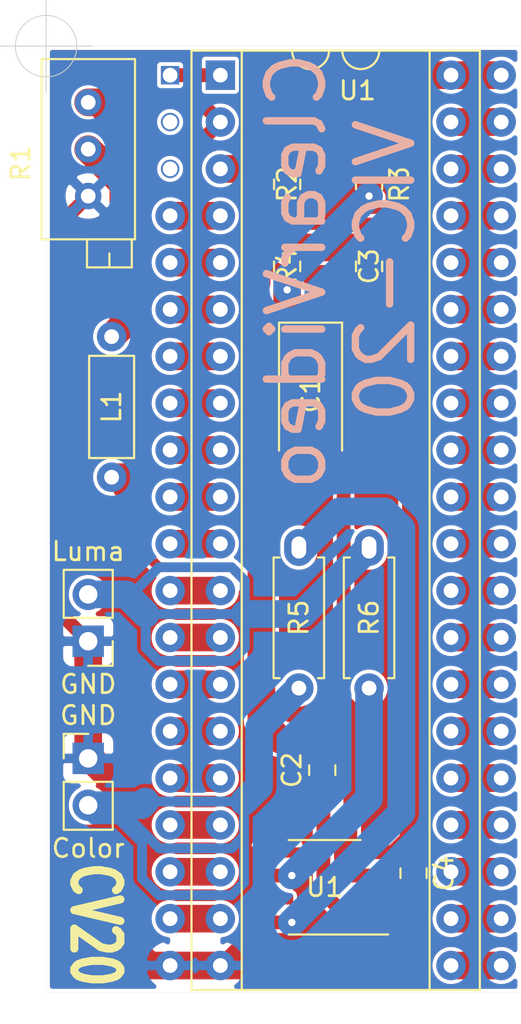
<source format=kicad_pcb>
(kicad_pcb (version 20171130) (host pcbnew "(5.1.2)-1")
  (layers (0 F.Cu signal) (31 B.Cu signal) (34 B.Paste user) (35 F.Paste user) (36 B.SilkS user) (37 F.SilkS user) (38 B.Mask user) (39 F.Mask user) (44 Edge.Cuts user))
  (net 0 "")
  (net 1 "Net-(C1-Pad1)")
  (net 2 GND)
  (net 3 "Net-(C2-Pad1)")
  (net 4 "Net-(C2-Pad2)")
  (net 5 "Net-(C3-Pad2)")
  (net 6 "Net-(C3-Pad1)")
  (net 7 +5V)
  (net 8 "Net-(J1-Pad2)")
  (net 9 "Net-(J2-Pad2)")
  (net 10 "Net-(L1-Pad1)")
  (net 11 /Color)
  (net 12 /Luma)
  (net 13 "Net-(R5-Pad2)")
  (net 14 "Net-(R6-Pad1)")
  (net 15 "Net-(U1-Pad7)")
  (net 16 /NC)
  (net 17 /A0)
  (net 18 /A1)
  (net 19 /A2)
  (net 20 /R~W~)
  (net 21 /A3)
  (net 22 /D11)
  (net 23 /A4)
  (net 24 /D10)
  (net 25 /A5)
  (net 26 /D9)
  (net 27 /A6)
  (net 28 /D8)
  (net 29 /A7)
  (net 30 /D7)
  (net 31 /A8)
  (net 32 /D6)
  (net 33 /A9)
  (net 34 /D5)
  (net 35 /A10)
  (net 36 /D4)
  (net 37 /A11)
  (net 38 /D3)
  (net 39 /A12)
  (net 40 /D2)
  (net 41 /A13)
  (net 42 /D1)
  (net 43 /PPhi1)
  (net 44 /D0)
  (net 45 /PPhi2)
  (net 46 /PotX)
  (net 47 /Option)
  (net 48 /PotY)
  (net 49 /Phi2)
  (net 50 /Audio)
  (net 51 /Phi1)
  (net 52 "Net-(U-SOCKET1-Pad3)")
  (net 53 "Net-(U-SOCKET1-Pad2)")
  (module Package_DIP:DIP-40_W15.24mm (layer F.Cu) (at 59.055 22.657001)
    (fp_text reference U-SOCKET1 hide)
    (fp_text value 656X-VIC-I)
    (fp_line (start 14.08 -1.33) (end 8.62 -1.33) (layer F.SilkS) (width 0.12))
    (fp_line (start 14.08 49.59) (end 14.08 -1.33) (layer F.SilkS) (width 0.12))
    (fp_line (start 1.16 49.59) (end 14.08 49.59) (layer F.SilkS) (width 0.12))
    (fp_line (start 1.16 -1.33) (end 1.16 49.59) (layer F.SilkS) (width 0.12))
    (fp_line (start 6.62 -1.33) (end 1.16 -1.33) (layer F.SilkS) (width 0.12))
    (fp_arc (start 7.62 -1.33) (end 6.62 -1.33) (angle -180) (layer F.SilkS) (width 0.12))
    (pad 40 thru_hole oval (at 15.24 0) (size 1.6 1.6) (drill 0.8) (layers *.Cu *.Mask) (net 7 +5V))
    (pad 20 thru_hole oval (at 0 48.26) (size 1.6 1.6) (drill 0.8) (layers *.Cu *.Mask) (net 2 GND))
    (pad 39 thru_hole oval (at 15.24 2.54) (size 1.6 1.6) (drill 0.8) (layers *.Cu *.Mask) (net 51 /Phi1))
    (pad 19 thru_hole oval (at 0 45.72) (size 1.6 1.6) (drill 0.8) (layers *.Cu *.Mask) (net 50 /Audio))
    (pad 38 thru_hole oval (at 15.24 5.08) (size 1.6 1.6) (drill 0.8) (layers *.Cu *.Mask) (net 49 /Phi2))
    (pad 18 thru_hole oval (at 0 43.18) (size 1.6 1.6) (drill 0.8) (layers *.Cu *.Mask) (net 48 /PotY))
    (pad 37 thru_hole oval (at 15.24 7.62) (size 1.6 1.6) (drill 0.8) (layers *.Cu *.Mask) (net 47 /Option))
    (pad 17 thru_hole oval (at 0 40.64) (size 1.6 1.6) (drill 0.8) (layers *.Cu *.Mask) (net 46 /PotX))
    (pad 36 thru_hole oval (at 15.24 10.16) (size 1.6 1.6) (drill 0.8) (layers *.Cu *.Mask) (net 45 /PPhi2))
    (pad 16 thru_hole oval (at 0 38.1) (size 1.6 1.6) (drill 0.8) (layers *.Cu *.Mask) (net 44 /D0))
    (pad 35 thru_hole oval (at 15.24 12.7) (size 1.6 1.6) (drill 0.8) (layers *.Cu *.Mask) (net 43 /PPhi1))
    (pad 15 thru_hole oval (at 0 35.56) (size 1.6 1.6) (drill 0.8) (layers *.Cu *.Mask) (net 42 /D1))
    (pad 34 thru_hole oval (at 15.24 15.24) (size 1.6 1.6) (drill 0.8) (layers *.Cu *.Mask) (net 41 /A13))
    (pad 14 thru_hole oval (at 0 33.02) (size 1.6 1.6) (drill 0.8) (layers *.Cu *.Mask) (net 40 /D2))
    (pad 33 thru_hole oval (at 15.24 17.78) (size 1.6 1.6) (drill 0.8) (layers *.Cu *.Mask) (net 39 /A12))
    (pad 13 thru_hole oval (at 0 30.48) (size 1.6 1.6) (drill 0.8) (layers *.Cu *.Mask) (net 38 /D3))
    (pad 32 thru_hole oval (at 15.24 20.32) (size 1.6 1.6) (drill 0.8) (layers *.Cu *.Mask) (net 37 /A11))
    (pad 12 thru_hole oval (at 0 27.94) (size 1.6 1.6) (drill 0.8) (layers *.Cu *.Mask) (net 36 /D4))
    (pad 31 thru_hole oval (at 15.24 22.86) (size 1.6 1.6) (drill 0.8) (layers *.Cu *.Mask) (net 35 /A10))
    (pad 11 thru_hole oval (at 0 25.4) (size 1.6 1.6) (drill 0.8) (layers *.Cu *.Mask) (net 34 /D5))
    (pad 30 thru_hole oval (at 15.24 25.4) (size 1.6 1.6) (drill 0.8) (layers *.Cu *.Mask) (net 33 /A9))
    (pad 10 thru_hole oval (at 0 22.86) (size 1.6 1.6) (drill 0.8) (layers *.Cu *.Mask) (net 32 /D6))
    (pad 29 thru_hole oval (at 15.24 27.94) (size 1.6 1.6) (drill 0.8) (layers *.Cu *.Mask) (net 31 /A8))
    (pad 9 thru_hole oval (at 0 20.32) (size 1.6 1.6) (drill 0.8) (layers *.Cu *.Mask) (net 30 /D7))
    (pad 28 thru_hole oval (at 15.24 30.48) (size 1.6 1.6) (drill 0.8) (layers *.Cu *.Mask) (net 29 /A7))
    (pad 8 thru_hole oval (at 0 17.78) (size 1.6 1.6) (drill 0.8) (layers *.Cu *.Mask) (net 28 /D8))
    (pad 27 thru_hole oval (at 15.24 33.02) (size 1.6 1.6) (drill 0.8) (layers *.Cu *.Mask) (net 27 /A6))
    (pad 7 thru_hole oval (at 0 15.24) (size 1.6 1.6) (drill 0.8) (layers *.Cu *.Mask) (net 26 /D9))
    (pad 26 thru_hole oval (at 15.24 35.56) (size 1.6 1.6) (drill 0.8) (layers *.Cu *.Mask) (net 25 /A5))
    (pad 6 thru_hole oval (at 0 12.7) (size 1.6 1.6) (drill 0.8) (layers *.Cu *.Mask) (net 24 /D10))
    (pad 25 thru_hole oval (at 15.24 38.1) (size 1.6 1.6) (drill 0.8) (layers *.Cu *.Mask) (net 23 /A4))
    (pad 5 thru_hole oval (at 0 10.16) (size 1.6 1.6) (drill 0.8) (layers *.Cu *.Mask) (net 22 /D11))
    (pad 24 thru_hole oval (at 15.24 40.64) (size 1.6 1.6) (drill 0.8) (layers *.Cu *.Mask) (net 21 /A3))
    (pad 4 thru_hole oval (at 0 7.62) (size 1.6 1.6) (drill 0.8) (layers *.Cu *.Mask) (net 20 /R~W~))
    (pad 23 thru_hole oval (at 15.24 43.18) (size 1.6 1.6) (drill 0.8) (layers *.Cu *.Mask) (net 19 /A2))
    (pad 3 thru_hole oval (at 0 5.08) (size 1 1) (drill 0.8) (layers *.Cu *.Mask) (net 52 "Net-(U-SOCKET1-Pad3)"))
    (pad 22 thru_hole oval (at 15.24 45.72) (size 1.6 1.6) (drill 0.8) (layers *.Cu *.Mask) (net 18 /A1))
    (pad 2 thru_hole oval (at 0 2.54) (size 1 1) (drill 0.8) (layers *.Cu *.Mask) (net 53 "Net-(U-SOCKET1-Pad2)"))
    (pad 21 thru_hole oval (at 15.24 48.26) (size 1.6 1.6) (drill 0.8) (layers *.Cu *.Mask) (net 17 /A0))
    (pad 1 thru_hole rect (at 0 0) (size 1 1) (drill 0.8) (layers *.Cu *.Mask) (net 16 /NC))
  )
  (module Capacitor_Tantalum_SMD:CP_EIA-6032-28_Kemet-C_Pad2.25x2.35mm_HandSolder (layer F.Cu) (at 66.675 40.005 270)
    (fp_text reference C1 (at 0 0 90) (layer F.SilkS))
    (fp_text value 22uF)
    (fp_line (start 3 -1.71) (end -3.935 -1.71) (layer F.SilkS) (width 0.12))
    (fp_line (start -3.935 -1.71) (end -3.935 1.71) (layer F.SilkS) (width 0.12))
    (fp_line (start -3.935 1.71) (end 3 1.71) (layer F.SilkS) (width 0.12))
    (pad 1 smd roundrect (at -2.55 0 270) (size 2.25 2.35) (layers F.Cu F.Paste F.Mask) (roundrect_rratio 0.111111) (net 1 "Net-(C1-Pad1)"))
    (pad 2 smd roundrect (at 2.55 0 270) (size 2.25 2.35) (layers F.Cu F.Paste F.Mask) (roundrect_rratio 0.111111) (net 2 GND))
  )
  (module Capacitor_SMD:C_0805_2012Metric_Pad1.15x1.40mm_HandSolder (layer F.Cu) (at 67.31 60.325 90)
    (fp_text reference C2 (at 0 -1.65 90) (layer F.SilkS))
    (fp_text value 0.1uF)
    (fp_line (start -0.261252 -0.71) (end 0.261252 -0.71) (layer F.SilkS) (width 0.12))
    (fp_line (start -0.261252 0.71) (end 0.261252 0.71) (layer F.SilkS) (width 0.12))
    (pad 1 smd roundrect (at -1.025 0 90) (size 1.15 1.4) (layers F.Cu F.Paste F.Mask) (roundrect_rratio 0.217391) (net 3 "Net-(C2-Pad1)"))
    (pad 2 smd roundrect (at 1.025 0 90) (size 1.15 1.4) (layers F.Cu F.Paste F.Mask) (roundrect_rratio 0.217391) (net 4 "Net-(C2-Pad2)"))
  )
  (module Capacitor_SMD:C_0805_2012Metric_Pad1.15x1.40mm_HandSolder (layer F.Cu) (at 69.85 33.02 90)
    (fp_text reference C3 (at 0 0 90) (layer F.SilkS))
    (fp_text value 0.1uF)
    (fp_line (start -0.261252 0.71) (end 0.261252 0.71) (layer F.SilkS) (width 0.12))
    (fp_line (start -0.261252 -0.71) (end 0.261252 -0.71) (layer F.SilkS) (width 0.12))
    (pad 2 smd roundrect (at 1.025 0 90) (size 1.15 1.4) (layers F.Cu F.Paste F.Mask) (roundrect_rratio 0.217391) (net 5 "Net-(C3-Pad2)"))
    (pad 1 smd roundrect (at -1.025 0 90) (size 1.15 1.4) (layers F.Cu F.Paste F.Mask) (roundrect_rratio 0.217391) (net 6 "Net-(C3-Pad1)"))
  )
  (module Capacitor_SMD:C_0805_2012Metric_Pad1.15x1.40mm_HandSolder (layer F.Cu) (at 72.263 65.913 270)
    (fp_text reference C4 (at 0 -1.65 90) (layer F.SilkS))
    (fp_text value 0.1uF)
    (fp_line (start -0.261252 -0.71) (end 0.261252 -0.71) (layer F.SilkS) (width 0.12))
    (fp_line (start -0.261252 0.71) (end 0.261252 0.71) (layer F.SilkS) (width 0.12))
    (pad 1 smd roundrect (at -1.025 0 270) (size 1.15 1.4) (layers F.Cu F.Paste F.Mask) (roundrect_rratio 0.217391) (net 7 +5V))
    (pad 2 smd roundrect (at 1.025 0 270) (size 1.15 1.4) (layers F.Cu F.Paste F.Mask) (roundrect_rratio 0.217391) (net 2 GND))
  )
  (module Connector_PinHeader_2.54mm:PinHeader_1x02_P2.54mm_Vertical (layer F.Cu) (at 54.61 59.69)
    (fp_text reference GND (at 0 -2.33) (layer F.SilkS))
    (fp_text value Color (at 0 4.87) (layer F.SilkS))
    (fp_line (start -1.33 3.87) (end 1.33 3.87) (layer F.SilkS) (width 0.12))
    (fp_line (start -1.33 1.27) (end -1.33 3.87) (layer F.SilkS) (width 0.12))
    (fp_line (start 1.33 1.27) (end 1.33 3.87) (layer F.SilkS) (width 0.12))
    (fp_line (start -1.33 1.27) (end 1.33 1.27) (layer F.SilkS) (width 0.12))
    (fp_line (start -1.33 0) (end -1.33 -1.33) (layer F.SilkS) (width 0.12))
    (fp_line (start -1.33 -1.33) (end 0 -1.33) (layer F.SilkS) (width 0.12))
    (pad 1 thru_hole rect (at 0 0) (size 1.7 1.7) (drill 1) (layers *.Cu *.Mask) (net 2 GND))
    (pad 2 thru_hole oval (at 0 2.54) (size 1.7 1.7) (drill 1) (layers *.Cu *.Mask) (net 8 "Net-(J1-Pad2)"))
  )
  (module Connector_PinHeader_2.54mm:PinHeader_1x02_P2.54mm_Vertical (layer F.Cu) (at 54.61 53.34 180)
    (fp_text reference GND (at 0 -2.33) (layer F.SilkS))
    (fp_text value Luma (at 0 4.87) (layer F.SilkS))
    (fp_line (start -1.33 -1.33) (end 0 -1.33) (layer F.SilkS) (width 0.12))
    (fp_line (start -1.33 0) (end -1.33 -1.33) (layer F.SilkS) (width 0.12))
    (fp_line (start -1.33 1.27) (end 1.33 1.27) (layer F.SilkS) (width 0.12))
    (fp_line (start 1.33 1.27) (end 1.33 3.87) (layer F.SilkS) (width 0.12))
    (fp_line (start -1.33 1.27) (end -1.33 3.87) (layer F.SilkS) (width 0.12))
    (fp_line (start -1.33 3.87) (end 1.33 3.87) (layer F.SilkS) (width 0.12))
    (pad 2 thru_hole oval (at 0 2.54 180) (size 1.7 1.7) (drill 1) (layers *.Cu *.Mask) (net 9 "Net-(J2-Pad2)"))
    (pad 1 thru_hole rect (at 0 0 180) (size 1.7 1.7) (drill 1) (layers *.Cu *.Mask) (net 2 GND))
  )
  (module Inductor_THT:L_Axial_L5.3mm_D2.2mm_P7.62mm_Horizontal_Vishay_IM-1 (layer F.Cu) (at 55.88 36.83 270)
    (fp_text reference L1 (at 3.81 0 90) (layer F.SilkS))
    (fp_text value 22uH)
    (fp_line (start 1.04 -1.22) (end 1.04 1.22) (layer F.SilkS) (width 0.12))
    (fp_line (start 1.04 1.22) (end 6.58 1.22) (layer F.SilkS) (width 0.12))
    (fp_line (start 6.58 1.22) (end 6.58 -1.22) (layer F.SilkS) (width 0.12))
    (fp_line (start 6.58 -1.22) (end 1.04 -1.22) (layer F.SilkS) (width 0.12))
    (pad 1 thru_hole circle (at 0 0 270) (size 1.6 1.6) (drill 0.8) (layers *.Cu *.Mask) (net 10 "Net-(L1-Pad1)"))
    (pad 2 thru_hole oval (at 7.62 0 270) (size 1.6 1.6) (drill 0.8) (layers *.Cu *.Mask) (net 4 "Net-(C2-Pad2)"))
  )
  (module Potentiometer_THT:Potentiometer_Bourns_3296X_Horizontal (layer F.Cu) (at 54.61 24.13 90)
    (fp_text reference R1 (at -3.3 -3.66 90) (layer F.SilkS))
    (fp_text value 10K)
    (fp_line (start -7.425 -2.53) (end 2.345 -2.53) (layer F.SilkS) (width 0.12))
    (fp_line (start -7.425 2.54) (end 2.345 2.54) (layer F.SilkS) (width 0.12))
    (fp_line (start -7.425 -2.53) (end -7.425 2.54) (layer F.SilkS) (width 0.12))
    (fp_line (start 2.345 -2.53) (end 2.345 2.54) (layer F.SilkS) (width 0.12))
    (fp_line (start -8.945 -0.065) (end -7.426 -0.065) (layer F.SilkS) (width 0.12))
    (fp_line (start -8.945 2.365) (end -7.426 2.365) (layer F.SilkS) (width 0.12))
    (fp_line (start -8.945 -0.065) (end -8.945 2.365) (layer F.SilkS) (width 0.12))
    (fp_line (start -7.426 -0.065) (end -7.426 2.365) (layer F.SilkS) (width 0.12))
    (fp_line (start -8.945 1.15) (end -8.186 1.15) (layer F.SilkS) (width 0.12))
    (pad 1 thru_hole circle (at 0 0 90) (size 1.44 1.44) (drill 0.8) (layers *.Cu *.Mask) (net 11 /Color))
    (pad 2 thru_hole circle (at -2.54 0 90) (size 1.44 1.44) (drill 0.8) (layers *.Cu *.Mask) (net 10 "Net-(L1-Pad1)"))
    (pad 3 thru_hole circle (at -5.08 0 90) (size 1.44 1.44) (drill 0.8) (layers *.Cu *.Mask) (net 2 GND))
  )
  (module Resistor_SMD:R_0805_2012Metric_Pad1.15x1.40mm_HandSolder (layer F.Cu) (at 65.405 28.575 90)
    (fp_text reference R2 (at 0 0 90) (layer F.SilkS))
    (fp_text value 470R)
    (fp_line (start -0.261252 -0.71) (end 0.261252 -0.71) (layer F.SilkS) (width 0.12))
    (fp_line (start -0.261252 0.71) (end 0.261252 0.71) (layer F.SilkS) (width 0.12))
    (pad 1 smd roundrect (at -1.025 0 90) (size 1.15 1.4) (layers F.Cu F.Paste F.Mask) (roundrect_rratio 0.217391) (net 5 "Net-(C3-Pad2)"))
    (pad 2 smd roundrect (at 1.025 0 90) (size 1.15 1.4) (layers F.Cu F.Paste F.Mask) (roundrect_rratio 0.217391) (net 12 /Luma))
  )
  (module Resistor_SMD:R_0805_2012Metric_Pad1.15x1.40mm_HandSolder (layer F.Cu) (at 69.85 28.575 270)
    (fp_text reference R3 (at 0 -1.65 90) (layer F.SilkS))
    (fp_text value 22R)
    (fp_line (start -0.261252 -0.71) (end 0.261252 -0.71) (layer F.SilkS) (width 0.12))
    (fp_line (start -0.261252 0.71) (end 0.261252 0.71) (layer F.SilkS) (width 0.12))
    (pad 1 smd roundrect (at -1.025 0 270) (size 1.15 1.4) (layers F.Cu F.Paste F.Mask) (roundrect_rratio 0.217391) (net 7 +5V))
    (pad 2 smd roundrect (at 1.025 0 270) (size 1.15 1.4) (layers F.Cu F.Paste F.Mask) (roundrect_rratio 0.217391) (net 1 "Net-(C1-Pad1)"))
  )
  (module Resistor_SMD:R_0805_2012Metric_Pad1.15x1.40mm_HandSolder (layer F.Cu) (at 65.405 33.02 270)
    (fp_text reference R4 (at 0 0 90) (layer F.SilkS))
    (fp_text value 150R)
    (fp_line (start -0.261252 0.71) (end 0.261252 0.71) (layer F.SilkS) (width 0.12))
    (fp_line (start -0.261252 -0.71) (end 0.261252 -0.71) (layer F.SilkS) (width 0.12))
    (pad 2 smd roundrect (at 1.025 0 270) (size 1.15 1.4) (layers F.Cu F.Paste F.Mask) (roundrect_rratio 0.217391) (net 1 "Net-(C1-Pad1)"))
    (pad 1 smd roundrect (at -1.025 0 270) (size 1.15 1.4) (layers F.Cu F.Paste F.Mask) (roundrect_rratio 0.217391) (net 5 "Net-(C3-Pad2)"))
  )
  (module Resistor_THT:R_Axial_DIN0207_L6.3mm_D2.5mm_P7.62mm_Horizontal (layer F.Cu) (at 66.04 55.88 90)
    (fp_text reference R5 (at 3.81 0 90) (layer F.SilkS))
    (fp_text value 75.0R)
    (fp_line (start 0.54 -1.04) (end 0.54 -1.37) (layer F.SilkS) (width 0.12))
    (fp_line (start 0.54 -1.37) (end 7.08 -1.37) (layer F.SilkS) (width 0.12))
    (fp_line (start 7.08 -1.37) (end 7.08 -1.04) (layer F.SilkS) (width 0.12))
    (fp_line (start 0.54 1.04) (end 0.54 1.37) (layer F.SilkS) (width 0.12))
    (fp_line (start 0.54 1.37) (end 7.08 1.37) (layer F.SilkS) (width 0.12))
    (fp_line (start 7.08 1.37) (end 7.08 1.04) (layer F.SilkS) (width 0.12))
    (pad 1 thru_hole circle (at 0 0 90) (size 1.6 1.6) (drill 0.8) (layers *.Cu *.Mask) (net 8 "Net-(J1-Pad2)"))
    (pad 2 thru_hole oval (at 7.62 0 90) (size 2 1.6) (drill oval 1.2 0.8) (layers *.Cu *.Mask) (net 13 "Net-(R5-Pad2)"))
  )
  (module Resistor_THT:R_Axial_DIN0207_L6.3mm_D2.5mm_P7.62mm_Horizontal (layer F.Cu) (at 69.85 55.88 90)
    (fp_text reference R6 (at 3.81 0 90) (layer F.SilkS))
    (fp_text value 75.0R)
    (fp_line (start 7.08 1.37) (end 7.08 1.04) (layer F.SilkS) (width 0.12))
    (fp_line (start 0.54 1.37) (end 7.08 1.37) (layer F.SilkS) (width 0.12))
    (fp_line (start 0.54 1.04) (end 0.54 1.37) (layer F.SilkS) (width 0.12))
    (fp_line (start 7.08 -1.37) (end 7.08 -1.04) (layer F.SilkS) (width 0.12))
    (fp_line (start 0.54 -1.37) (end 7.08 -1.37) (layer F.SilkS) (width 0.12))
    (fp_line (start 0.54 -1.04) (end 0.54 -1.37) (layer F.SilkS) (width 0.12))
    (pad 2 thru_hole oval (at 7.62 0 90) (size 2 1.6) (drill oval 1.2 0.8) (layers *.Cu *.Mask) (net 9 "Net-(J2-Pad2)"))
    (pad 1 thru_hole circle (at 0 0 90) (size 1.6 1.6) (drill 0.8) (layers *.Cu *.Mask) (net 14 "Net-(R6-Pad1)"))
  )
  (module Package_SO:SO-8_3.9x4.9mm_P1.27mm (layer F.Cu) (at 67.437 66.675 180)
    (fp_text reference U1 (at 0 0) (layer F.SilkS))
    (fp_text value THS7316D)
    (fp_line (start 0 2.56) (end 1.95 2.56) (layer F.SilkS) (width 0.12))
    (fp_line (start 0 2.56) (end -1.95 2.56) (layer F.SilkS) (width 0.12))
    (fp_line (start 0 -2.56) (end 1.95 -2.56) (layer F.SilkS) (width 0.12))
    (fp_line (start 0 -2.56) (end -3.45 -2.56) (layer F.SilkS) (width 0.12))
    (pad 1 smd roundrect (at -2.575 -1.905 180) (size 1.75 0.6) (layers F.Cu F.Paste F.Mask) (net 3 "Net-(C2-Pad1)"))
    (pad 2 smd roundrect (at -2.575 -0.635 180) (size 1.75 0.6) (layers F.Cu F.Paste F.Mask) (net 2 GND))
    (pad 3 smd roundrect (at -2.575 0.635 180) (size 1.75 0.6) (layers F.Cu F.Paste F.Mask) (net 6 "Net-(C3-Pad1)"))
    (pad 4 smd roundrect (at -2.575 1.905 180) (size 1.75 0.6) (layers F.Cu F.Paste F.Mask) (net 7 +5V))
    (pad 5 smd roundrect (at 2.575 1.905 180) (size 1.75 0.6) (layers F.Cu F.Paste F.Mask) (net 2 GND))
    (pad 6 smd roundrect (at 2.575 0.635 180) (size 1.75 0.6) (layers F.Cu F.Paste F.Mask) (net 14 "Net-(R6-Pad1)"))
    (pad 7 smd roundrect (at 2.575 -0.635 180) (size 1.75 0.6) (layers F.Cu F.Paste F.Mask) (net 15 "Net-(U1-Pad7)"))
    (pad 8 smd roundrect (at 2.575 -1.905 180) (size 1.75 0.6) (layers F.Cu F.Paste F.Mask) (net 13 "Net-(R5-Pad2)"))
  )
  (module Package_DIP:DIP-40_W15.24mm (layer F.Cu) (at 61.781001 22.657001)
    (fp_text reference U1 (at 7.433999 0.837999) (layer F.SilkS))
    (fp_text value 656X-VIC-I)
    (fp_arc (start 7.62 -1.33) (end 6.62 -1.33) (angle -180) (layer F.SilkS) (width 0.12))
    (fp_line (start 6.62 -1.33) (end 1.16 -1.33) (layer F.SilkS) (width 0.12))
    (fp_line (start 1.16 -1.33) (end 1.16 49.59) (layer F.SilkS) (width 0.12))
    (fp_line (start 1.16 49.59) (end 14.08 49.59) (layer F.SilkS) (width 0.12))
    (fp_line (start 14.08 49.59) (end 14.08 -1.33) (layer F.SilkS) (width 0.12))
    (fp_line (start 14.08 -1.33) (end 8.62 -1.33) (layer F.SilkS) (width 0.12))
    (pad 1 thru_hole rect (at 0 0) (size 1.6 1.6) (drill 0.8) (layers *.Cu *.Mask) (net 16 /NC))
    (pad 21 thru_hole oval (at 15.24 48.26) (size 1.6 1.6) (drill 0.8) (layers *.Cu *.Mask) (net 17 /A0))
    (pad 2 thru_hole oval (at 0 2.54) (size 1.6 1.6) (drill 0.8) (layers *.Cu *.Mask) (net 11 /Color))
    (pad 22 thru_hole oval (at 15.24 45.72) (size 1.6 1.6) (drill 0.8) (layers *.Cu *.Mask) (net 18 /A1))
    (pad 3 thru_hole oval (at 0 5.08) (size 1.6 1.6) (drill 0.8) (layers *.Cu *.Mask) (net 12 /Luma))
    (pad 23 thru_hole oval (at 15.24 43.18) (size 1.6 1.6) (drill 0.8) (layers *.Cu *.Mask) (net 19 /A2))
    (pad 4 thru_hole oval (at 0 7.62) (size 1.6 1.6) (drill 0.8) (layers *.Cu *.Mask) (net 20 /R~W~))
    (pad 24 thru_hole oval (at 15.24 40.64) (size 1.6 1.6) (drill 0.8) (layers *.Cu *.Mask) (net 21 /A3))
    (pad 5 thru_hole oval (at 0 10.16) (size 1.6 1.6) (drill 0.8) (layers *.Cu *.Mask) (net 22 /D11))
    (pad 25 thru_hole oval (at 15.24 38.1) (size 1.6 1.6) (drill 0.8) (layers *.Cu *.Mask) (net 23 /A4))
    (pad 6 thru_hole oval (at 0 12.7) (size 1.6 1.6) (drill 0.8) (layers *.Cu *.Mask) (net 24 /D10))
    (pad 26 thru_hole oval (at 15.24 35.56) (size 1.6 1.6) (drill 0.8) (layers *.Cu *.Mask) (net 25 /A5))
    (pad 7 thru_hole oval (at 0 15.24) (size 1.6 1.6) (drill 0.8) (layers *.Cu *.Mask) (net 26 /D9))
    (pad 27 thru_hole oval (at 15.24 33.02) (size 1.6 1.6) (drill 0.8) (layers *.Cu *.Mask) (net 27 /A6))
    (pad 8 thru_hole oval (at 0 17.78) (size 1.6 1.6) (drill 0.8) (layers *.Cu *.Mask) (net 28 /D8))
    (pad 28 thru_hole oval (at 15.24 30.48) (size 1.6 1.6) (drill 0.8) (layers *.Cu *.Mask) (net 29 /A7))
    (pad 9 thru_hole oval (at 0 20.32) (size 1.6 1.6) (drill 0.8) (layers *.Cu *.Mask) (net 30 /D7))
    (pad 29 thru_hole oval (at 15.24 27.94) (size 1.6 1.6) (drill 0.8) (layers *.Cu *.Mask) (net 31 /A8))
    (pad 10 thru_hole oval (at 0 22.86) (size 1.6 1.6) (drill 0.8) (layers *.Cu *.Mask) (net 32 /D6))
    (pad 30 thru_hole oval (at 15.24 25.4) (size 1.6 1.6) (drill 0.8) (layers *.Cu *.Mask) (net 33 /A9))
    (pad 11 thru_hole oval (at 0 25.4) (size 1.6 1.6) (drill 0.8) (layers *.Cu *.Mask) (net 34 /D5))
    (pad 31 thru_hole oval (at 15.24 22.86) (size 1.6 1.6) (drill 0.8) (layers *.Cu *.Mask) (net 35 /A10))
    (pad 12 thru_hole oval (at 0 27.94) (size 1.6 1.6) (drill 0.8) (layers *.Cu *.Mask) (net 36 /D4))
    (pad 32 thru_hole oval (at 15.24 20.32) (size 1.6 1.6) (drill 0.8) (layers *.Cu *.Mask) (net 37 /A11))
    (pad 13 thru_hole oval (at 0 30.48) (size 1.6 1.6) (drill 0.8) (layers *.Cu *.Mask) (net 38 /D3))
    (pad 33 thru_hole oval (at 15.24 17.78) (size 1.6 1.6) (drill 0.8) (layers *.Cu *.Mask) (net 39 /A12))
    (pad 14 thru_hole oval (at 0 33.02) (size 1.6 1.6) (drill 0.8) (layers *.Cu *.Mask) (net 40 /D2))
    (pad 34 thru_hole oval (at 15.24 15.24) (size 1.6 1.6) (drill 0.8) (layers *.Cu *.Mask) (net 41 /A13))
    (pad 15 thru_hole oval (at 0 35.56) (size 1.6 1.6) (drill 0.8) (layers *.Cu *.Mask) (net 42 /D1))
    (pad 35 thru_hole oval (at 15.24 12.7) (size 1.6 1.6) (drill 0.8) (layers *.Cu *.Mask) (net 43 /PPhi1))
    (pad 16 thru_hole oval (at 0 38.1) (size 1.6 1.6) (drill 0.8) (layers *.Cu *.Mask) (net 44 /D0))
    (pad 36 thru_hole oval (at 15.24 10.16) (size 1.6 1.6) (drill 0.8) (layers *.Cu *.Mask) (net 45 /PPhi2))
    (pad 17 thru_hole oval (at 0 40.64) (size 1.6 1.6) (drill 0.8) (layers *.Cu *.Mask) (net 46 /PotX))
    (pad 37 thru_hole oval (at 15.24 7.62) (size 1.6 1.6) (drill 0.8) (layers *.Cu *.Mask) (net 47 /Option))
    (pad 18 thru_hole oval (at 0 43.18) (size 1.6 1.6) (drill 0.8) (layers *.Cu *.Mask) (net 48 /PotY))
    (pad 38 thru_hole oval (at 15.24 5.08) (size 1.6 1.6) (drill 0.8) (layers *.Cu *.Mask) (net 49 /Phi2))
    (pad 19 thru_hole oval (at 0 45.72) (size 1.6 1.6) (drill 0.8) (layers *.Cu *.Mask) (net 50 /Audio))
    (pad 39 thru_hole oval (at 15.24 2.54) (size 1.6 1.6) (drill 0.8) (layers *.Cu *.Mask) (net 51 /Phi1))
    (pad 20 thru_hole oval (at 0 48.26) (size 1.6 1.6) (drill 0.8) (layers *.Cu *.Mask) (net 2 GND))
    (pad 40 thru_hole oval (at 15.24 0) (size 1.6 1.6) (drill 0.8) (layers *.Cu *.Mask) (net 7 +5V))
  )
  (target plus (at 52.324 21.082) (size 5) (width 0.05) (layer Edge.Cuts))
  (gr_text "ClearVideo\nVIC-20" (at 68.326 33.274 90) (layer B.SilkS) (effects (font (size 3 3) (thickness 0.4)) (justify mirror)))
  (gr_text CV20 (at 54.991 68.707 270) (layer F.SilkS) (effects (font (size 2.5 1.75) (thickness 0.4375))))
  (gr_line (start 52.324 72.39) (end 52.578 72.39) (layer Edge.Cuts) (width 0.01))
  (gr_line (start 52.324 21.082) (end 52.324 72.39) (layer Edge.Cuts) (width 0.01))
  (gr_line (start 78.105 21.082) (end 52.324 21.082) (layer Edge.Cuts) (width 0.01))
  (gr_line (start 52.578 72.39) (end 78.105 72.39) (layer Edge.Cuts) (width 0.01))
  (gr_line (start 78.105 21.082) (end 78.105 72.39) (layer Edge.Cuts) (width 0.01))
  (via (at 69.85 29.21) (size 0.5) (drill 0.4) (layers F.Cu B.Cu) (net 1))
  (via (at 65.405 34.29) (size 0.5) (drill 0.4) (layers F.Cu B.Cu) (net 1))
  (segment (start 65.405 33.655) (end 69.85 29.21) (width 1.5) (layer B.Cu) (net 1))
  (segment (start 65.405 34.29) (end 65.405 33.655) (width 1.5) (layer B.Cu) (net 1))
  (segment (start 65.405 36.185) (end 66.675 37.455) (width 1.5) (layer F.Cu) (net 1))
  (segment (start 65.405 34.29) (end 65.405 36.185) (width 1.5) (layer F.Cu) (net 1))
  (segment (start 59.055 70.917001) (end 61.781001 70.917001) (width 1.5) (layer F.Cu) (net 2))
  (segment (start 71.891 67.31) (end 72.263 66.938) (width 0.75) (layer F.Cu) (net 2))
  (segment (start 70.012 67.31) (end 71.891 67.31) (width 0.75) (layer F.Cu) (net 2))
  (segment (start 61.781001 70.917001) (end 70.687999 70.917001) (width 1.5) (layer F.Cu) (net 2))
  (segment (start 72.263 69.342) (end 72.263 66.938) (width 1.5) (layer F.Cu) (net 2))
  (segment (start 70.687999 70.917001) (end 72.263 69.342) (width 1.5) (layer F.Cu) (net 2))
  (segment (start 63.887 64.77) (end 63.373 65.284) (width 0.75) (layer F.Cu) (net 2))
  (segment (start 64.862 64.77) (end 63.887 64.77) (width 0.75) (layer F.Cu) (net 2))
  (segment (start 63.373 69.325002) (end 61.781001 70.917001) (width 0.75) (layer F.Cu) (net 2))
  (segment (start 63.373 65.284) (end 63.373 69.325002) (width 0.75) (layer F.Cu) (net 2))
  (segment (start 54.61 55.69) (end 54.61 53.34) (width 1.5) (layer F.Cu) (net 2))
  (segment (start 57.301799 58.381799) (end 54.61 55.69) (width 1.5) (layer F.Cu) (net 2))
  (segment (start 57.92363 70.917001) (end 57.301799 70.29517) (width 1.5) (layer F.Cu) (net 2))
  (segment (start 59.055 70.917001) (end 57.92363 70.917001) (width 1.5) (layer F.Cu) (net 2))
  (segment (start 57.301799 62.253061) (end 57.301799 63.778799) (width 1.5) (layer F.Cu) (net 2))
  (segment (start 54.738738 59.69) (end 57.301799 62.253061) (width 1.5) (layer F.Cu) (net 2))
  (segment (start 54.61 59.69) (end 54.738738 59.69) (width 1.5) (layer F.Cu) (net 2))
  (segment (start 57.301799 70.29517) (end 57.301799 63.778799) (width 1.5) (layer F.Cu) (net 2))
  (segment (start 57.301799 63.778799) (end 57.301799 58.381799) (width 1.5) (layer F.Cu) (net 2))
  (segment (start 54.61 59.69) (end 54.61 53.34) (width 1.5) (layer F.Cu) (net 2))
  (segment (start 53.890001 29.929999) (end 54.61 29.21) (width 0.75) (layer F.Cu) (net 2))
  (segment (start 53.086 30.734) (end 53.890001 29.929999) (width 0.75) (layer F.Cu) (net 2))
  (segment (start 54.61 53.34) (end 53.086 51.816) (width 0.75) (layer F.Cu) (net 2))
  (segment (start 53.5427 41.7073) (end 53.086 42.164) (width 0.533) (layer F.Cu) (net 2))
  (segment (start 62.390458 41.7073) (end 53.5427 41.7073) (width 0.533) (layer F.Cu) (net 2))
  (segment (start 63.238158 42.555) (end 62.390458 41.7073) (width 0.533) (layer F.Cu) (net 2))
  (segment (start 66.675 42.555) (end 63.238158 42.555) (width 0.533) (layer F.Cu) (net 2))
  (segment (start 53.086 51.816) (end 53.086 42.164) (width 0.75) (layer F.Cu) (net 2))
  (segment (start 53.086 42.164) (end 53.086 30.734) (width 0.75) (layer F.Cu) (net 2))
  (segment (start 68.961 68.58) (end 70.012 68.58) (width 0.75) (layer F.Cu) (net 3))
  (segment (start 67.372791 66.991791) (end 68.961 68.58) (width 0.75) (layer F.Cu) (net 3))
  (segment (start 67.37279 62.08779) (end 67.372791 66.991791) (width 0.75) (layer F.Cu) (net 3))
  (segment (start 67.31 62.025) (end 67.37279 62.08779) (width 0.75) (layer F.Cu) (net 3))
  (segment (start 67.31 61.35) (end 67.31 62.025) (width 0.75) (layer F.Cu) (net 3))
  (segment (start 62.38986 44.246702) (end 63.754 45.610842) (width 0.533) (layer F.Cu) (net 4))
  (segment (start 55.88 44.45) (end 56.083298 44.246702) (width 0.533) (layer F.Cu) (net 4))
  (segment (start 56.083298 44.246702) (end 62.38986 44.246702) (width 0.533) (layer F.Cu) (net 4))
  (segment (start 64.008 45.864842) (end 63.754 45.610842) (width 1.5) (layer F.Cu) (net 4))
  (segment (start 65.026628 58.676628) (end 64.008 57.658) (width 1.5) (layer F.Cu) (net 4))
  (segment (start 66.686628 58.676628) (end 65.026628 58.676628) (width 1.5) (layer F.Cu) (net 4))
  (segment (start 67.31 59.3) (end 66.686628 58.676628) (width 1.5) (layer F.Cu) (net 4))
  (segment (start 57.527263 44.45) (end 57.730262 44.247001) (width 1.5) (layer F.Cu) (net 4))
  (segment (start 55.88 44.45) (end 57.527263 44.45) (width 1.5) (layer F.Cu) (net 4))
  (segment (start 63.534202 44.675464) (end 63.105739 44.247001) (width 1.5) (layer F.Cu) (net 4))
  (segment (start 63.534202 44.992202) (end 63.534202 44.675464) (width 1.5) (layer F.Cu) (net 4))
  (segment (start 64.008 45.864842) (end 64.008 45.466) (width 1.5) (layer F.Cu) (net 4))
  (segment (start 64.008 45.466) (end 63.534202 44.992202) (width 1.5) (layer F.Cu) (net 4))
  (segment (start 58.445543 46.786702) (end 57.277 45.618159) (width 0.533) (layer F.Cu) (net 4))
  (segment (start 62.38986 46.786702) (end 58.445543 46.786702) (width 0.533) (layer F.Cu) (net 4))
  (segment (start 64.008 48.404842) (end 62.38986 46.786702) (width 0.533) (layer F.Cu) (net 4))
  (segment (start 64.008 48.768) (end 64.008 48.404842) (width 0.533) (layer F.Cu) (net 4))
  (segment (start 64.008 48.768) (end 64.008 45.864842) (width 1.5) (layer F.Cu) (net 4))
  (segment (start 57.277 45.618159) (end 57.048159 45.618159) (width 0.533) (layer F.Cu) (net 4))
  (segment (start 57.048159 45.618159) (end 56.642 45.212) (width 0.533) (layer F.Cu) (net 4))
  (segment (start 58.445543 49.326702) (end 57.658 48.539159) (width 0.533) (layer F.Cu) (net 4))
  (segment (start 62.38986 49.326702) (end 58.445543 49.326702) (width 0.533) (layer F.Cu) (net 4))
  (segment (start 63.228158 50.165) (end 62.38986 49.326702) (width 0.533) (layer F.Cu) (net 4))
  (segment (start 64.008 50.165) (end 63.228158 50.165) (width 0.533) (layer F.Cu) (net 4))
  (segment (start 64.008 50.165) (end 64.008 48.768) (width 1.5) (layer F.Cu) (net 4))
  (segment (start 64.008 57.658) (end 64.008 50.165) (width 1.5) (layer F.Cu) (net 4))
  (segment (start 57.658 48.539159) (end 57.658 46.609) (width 0.533) (layer F.Cu) (net 4))
  (segment (start 57.658 46.609) (end 56.515 45.466) (width 0.533) (layer F.Cu) (net 4))
  (segment (start 56.515 45.466) (end 56.261 45.212) (width 0.533) (layer F.Cu) (net 4))
  (segment (start 56.261 45.212) (end 57.15 45.212) (width 0.533) (layer F.Cu) (net 4))
  (segment (start 65.405 29.6) (end 65.405 31.995) (width 1.5) (layer F.Cu) (net 5))
  (segment (start 65.405 31.995) (end 69.85 31.995) (width 1.5) (layer F.Cu) (net 5))
  (segment (start 68.471799 35.423201) (end 69.226628 34.668372) (width 0.75) (layer F.Cu) (net 6))
  (segment (start 68.471799 56.541537) (end 68.471799 35.423201) (width 0.75) (layer F.Cu) (net 6))
  (segment (start 70.012 66.04) (end 68.961 66.04) (width 0.75) (layer F.Cu) (net 6))
  (segment (start 68.961 66.04) (end 68.326 65.405) (width 0.75) (layer F.Cu) (net 6))
  (segment (start 68.326 65.405) (end 68.326 64.551154) (width 0.75) (layer F.Cu) (net 6))
  (segment (start 69.226628 34.668372) (end 69.85 34.045) (width 0.75) (layer F.Cu) (net 6))
  (segment (start 68.326 64.551154) (end 68.834 64.043154) (width 0.75) (layer F.Cu) (net 6))
  (segment (start 68.834 64.043154) (end 68.834 56.903738) (width 0.75) (layer F.Cu) (net 6))
  (segment (start 68.834 56.903738) (end 68.471799 56.541537) (width 0.75) (layer F.Cu) (net 6))
  (segment (start 74.295 22.657001) (end 77.021001 22.657001) (width 1.5) (layer F.Cu) (net 7))
  (segment (start 73.16363 22.657001) (end 72.39 23.430631) (width 1.5) (layer F.Cu) (net 7))
  (segment (start 74.295 22.657001) (end 73.16363 22.657001) (width 1.5) (layer F.Cu) (net 7))
  (segment (start 72.263 63.627) (end 72.263 64.888) (width 1.5) (layer F.Cu) (net 7))
  (segment (start 72.39 63.5) (end 72.263 63.627) (width 1.5) (layer F.Cu) (net 7))
  (segment (start 71.12 64.77) (end 72.39 63.5) (width 0.75) (layer F.Cu) (net 7))
  (segment (start 70.012 64.77) (end 71.12 64.77) (width 0.75) (layer F.Cu) (net 7))
  (segment (start 72.145 64.77) (end 72.263 64.888) (width 0.75) (layer F.Cu) (net 7))
  (segment (start 70.012 64.77) (end 72.145 64.77) (width 0.75) (layer F.Cu) (net 7))
  (segment (start 71.891 27.55) (end 72.39 27.051) (width 1.5) (layer F.Cu) (net 7))
  (segment (start 69.85 27.55) (end 71.891 27.55) (width 1.5) (layer F.Cu) (net 7))
  (segment (start 72.39 23.430631) (end 72.39 27.051) (width 1.5) (layer F.Cu) (net 7))
  (segment (start 72.39 27.051) (end 72.39 63.5) (width 1.5) (layer F.Cu) (net 7))
  (segment (start 57.505404 62.23) (end 57.708702 62.026702) (width 1.5) (layer B.Cu) (net 8))
  (segment (start 63.068298 62.026702) (end 57.708702 62.026702) (width 0.533) (layer B.Cu) (net 8))
  (segment (start 63.881 61.214) (end 63.068298 62.026702) (width 1.5) (layer B.Cu) (net 8))
  (segment (start 66.04 55.88) (end 63.881 58.039) (width 1.5) (layer B.Cu) (net 8))
  (segment (start 63.881 58.039) (end 63.881 61.214) (width 1.5) (layer B.Cu) (net 8))
  (segment (start 58.470702 64.566702) (end 56.134 62.23) (width 0.533) (layer B.Cu) (net 8))
  (segment (start 62.390458 64.566702) (end 58.470702 64.566702) (width 0.533) (layer B.Cu) (net 8))
  (segment (start 63.068298 63.888862) (end 62.390458 64.566702) (width 0.533) (layer B.Cu) (net 8))
  (segment (start 63.068298 62.026702) (end 63.068298 63.888862) (width 0.533) (layer B.Cu) (net 8))
  (segment (start 54.61 62.23) (end 56.134 62.23) (width 1.5) (layer B.Cu) (net 8))
  (segment (start 56.134 62.23) (end 57.505404 62.23) (width 1.5) (layer B.Cu) (net 8))
  (segment (start 58.445543 67.106702) (end 57.531 66.192159) (width 0.533) (layer B.Cu) (net 8))
  (segment (start 62.390458 67.106702) (end 58.445543 67.106702) (width 0.533) (layer B.Cu) (net 8))
  (segment (start 63.068298 63.888862) (end 63.068298 66.428862) (width 0.533) (layer B.Cu) (net 8))
  (segment (start 63.068298 66.428862) (end 62.390458 67.106702) (width 0.533) (layer B.Cu) (net 8))
  (segment (start 57.531 66.192159) (end 57.531 64.262) (width 0.533) (layer B.Cu) (net 8))
  (segment (start 57.531 64.262) (end 56.388 63.119) (width 0.533) (layer B.Cu) (net 8))
  (segment (start 56.388 63.119) (end 56.261 62.992) (width 0.533) (layer B.Cu) (net 8))
  (segment (start 56.261 62.992) (end 54.864 62.992) (width 0.533) (layer B.Cu) (net 8))
  (segment (start 69.85 48.26) (end 66.242999 51.867001) (width 1.5) (layer B.Cu) (net 9))
  (segment (start 66.242999 51.867001) (end 63.105739 51.867001) (width 1.5) (layer B.Cu) (net 9))
  (segment (start 63.105739 51.867001) (end 57.709001 51.867001) (width 0.533) (layer B.Cu) (net 9))
  (segment (start 56.642 50.8) (end 54.61 50.8) (width 0.533) (layer B.Cu) (net 9))
  (segment (start 57.709001 51.867001) (end 56.642 50.8) (width 0.533) (layer B.Cu) (net 9))
  (segment (start 57.301799 51.438538) (end 57.730262 51.867001) (width 1.5) (layer B.Cu) (net 9))
  (segment (start 54.61 50.8) (end 56.663261 50.8) (width 1.5) (layer B.Cu) (net 9))
  (segment (start 56.663261 50.8) (end 57.301799 51.438538) (width 1.5) (layer B.Cu) (net 9))
  (segment (start 57.730262 53.691421) (end 57.730262 51.867001) (width 0.533) (layer B.Cu) (net 9))
  (segment (start 58.445543 54.406702) (end 57.730262 53.691421) (width 0.533) (layer B.Cu) (net 9))
  (segment (start 62.391056 54.406702) (end 58.445543 54.406702) (width 0.533) (layer B.Cu) (net 9))
  (segment (start 63.105739 53.692019) (end 62.391056 54.406702) (width 0.533) (layer B.Cu) (net 9))
  (segment (start 63.105739 51.867001) (end 63.105739 53.692019) (width 0.533) (layer B.Cu) (net 9))
  (segment (start 57.301799 50.471044) (end 57.301799 51.438538) (width 0.533) (layer B.Cu) (net 9))
  (segment (start 58.445543 49.3273) (end 57.301799 50.471044) (width 0.533) (layer B.Cu) (net 9))
  (segment (start 62.390458 49.3273) (end 58.445543 49.3273) (width 0.533) (layer B.Cu) (net 9))
  (segment (start 63.105739 50.042581) (end 62.390458 49.3273) (width 0.533) (layer B.Cu) (net 9))
  (segment (start 63.105739 51.867001) (end 63.105739 50.042581) (width 0.533) (layer B.Cu) (net 9))
  (segment (start 55.329999 27.389999) (end 54.61 26.67) (width 1.5) (layer F.Cu) (net 10))
  (segment (start 56.515 28.575) (end 55.329999 27.389999) (width 1.5) (layer F.Cu) (net 10))
  (segment (start 56.515 36.195) (end 56.515 28.575) (width 1.5) (layer F.Cu) (net 10))
  (segment (start 55.88 36.83) (end 56.515 36.195) (width 1.5) (layer F.Cu) (net 10))
  (segment (start 61.781001 25.197001) (end 60.7028 24.1188) (width 0.75) (layer F.Cu) (net 11))
  (segment (start 60.7028 26.275202) (end 58.383342 26.275202) (width 0.75) (layer F.Cu) (net 11))
  (segment (start 61.781001 25.197001) (end 60.7028 26.275202) (width 0.75) (layer F.Cu) (net 11))
  (segment (start 58.383342 26.275202) (end 57.04586 24.93772) (width 0.75) (layer F.Cu) (net 11))
  (segment (start 57.04586 24.93772) (end 55.55996 24.93772) (width 0.75) (layer F.Cu) (net 11))
  (segment (start 55.41772 24.93772) (end 55.22468 24.74468) (width 0.75) (layer F.Cu) (net 11))
  (segment (start 55.55996 24.93772) (end 55.41772 24.93772) (width 0.75) (layer F.Cu) (net 11))
  (segment (start 57.531 24.13) (end 57.5422 24.1188) (width 1.5) (layer F.Cu) (net 11))
  (segment (start 54.61 24.13) (end 57.531 24.13) (width 1.5) (layer F.Cu) (net 11))
  (segment (start 60.7028 24.1188) (end 57.5422 24.1188) (width 0.75) (layer F.Cu) (net 11))
  (segment (start 65.217999 27.737001) (end 65.405 27.55) (width 1.5) (layer F.Cu) (net 12))
  (segment (start 61.781001 27.737001) (end 65.217999 27.737001) (width 1.5) (layer F.Cu) (net 12))
  (via (at 65.659 68.58) (size 0.5) (drill 0.4) (layers F.Cu B.Cu) (net 13))
  (segment (start 64.862 68.58) (end 65.659 68.58) (width 0.75) (layer F.Cu) (net 13))
  (segment (start 65.659 68.58) (end 65.659 68.226447) (width 0.75) (layer B.Cu) (net 13))
  (segment (start 71.603201 47.418463) (end 71.603201 49.101537) (width 1.5) (layer B.Cu) (net 13))
  (segment (start 71.603201 62.635799) (end 71.603201 47.418463) (width 1.5) (layer B.Cu) (net 13))
  (segment (start 65.659 68.58) (end 71.603201 62.635799) (width 1.5) (layer B.Cu) (net 13))
  (segment (start 71.603201 47.418463) (end 71.603201 47.219201) (width 1.5) (layer B.Cu) (net 13))
  (segment (start 70.69079 46.30679) (end 68.24721 46.30679) (width 1.5) (layer B.Cu) (net 13))
  (segment (start 71.603201 47.219201) (end 70.69079 46.30679) (width 1.5) (layer B.Cu) (net 13))
  (segment (start 66.294 48.26) (end 66.04 48.26) (width 1.5) (layer B.Cu) (net 13))
  (segment (start 68.24721 46.30679) (end 66.294 48.26) (width 1.5) (layer B.Cu) (net 13))
  (via (at 65.659 66.04) (size 0.5) (drill 0.4) (layers F.Cu B.Cu) (net 14))
  (segment (start 64.862 66.04) (end 65.659 66.04) (width 0.75) (layer F.Cu) (net 14))
  (segment (start 65.659 66.04) (end 69.85 61.849) (width 1.5) (layer B.Cu) (net 14))
  (segment (start 69.85 61.849) (end 69.85 55.88) (width 1.5) (layer B.Cu) (net 14))
  (segment (start 61.781001 22.657001) (end 59.055 22.657001) (width 0.75) (layer F.Cu) (net 16))
  (segment (start 74.295 70.917001) (end 77.021001 70.917001) (width 1.5) (layer F.Cu) (net 17))
  (segment (start 74.295 68.377001) (end 77.021001 68.377001) (width 1.5) (layer F.Cu) (net 18))
  (segment (start 74.295 65.837001) (end 77.021001 65.837001) (width 1.5) (layer F.Cu) (net 19))
  (segment (start 59.055 30.277001) (end 61.781001 30.277001) (width 1.5) (layer F.Cu) (net 20))
  (segment (start 74.295 63.297001) (end 77.021001 63.297001) (width 1.5) (layer F.Cu) (net 21))
  (segment (start 59.055 32.817001) (end 61.781001 32.817001) (width 1.5) (layer F.Cu) (net 22))
  (segment (start 74.295 60.757001) (end 77.021001 60.757001) (width 1.5) (layer F.Cu) (net 23))
  (segment (start 59.055 35.357001) (end 61.781001 35.357001) (width 1.5) (layer F.Cu) (net 24))
  (segment (start 74.295 58.217001) (end 77.021001 58.217001) (width 1.5) (layer F.Cu) (net 25))
  (segment (start 59.055 37.897001) (end 61.781001 37.897001) (width 1.5) (layer F.Cu) (net 26))
  (segment (start 74.295 55.677001) (end 77.021001 55.677001) (width 1.5) (layer F.Cu) (net 27))
  (segment (start 59.055 40.437001) (end 61.781001 40.437001) (width 1.5) (layer F.Cu) (net 28))
  (segment (start 74.295 53.137001) (end 77.021001 53.137001) (width 1.5) (layer F.Cu) (net 29))
  (segment (start 59.055 42.977001) (end 61.781001 42.977001) (width 1.5) (layer F.Cu) (net 30))
  (segment (start 74.295 50.597001) (end 77.021001 50.597001) (width 1.5) (layer F.Cu) (net 31))
  (segment (start 59.055 45.517001) (end 61.781001 45.517001) (width 1.5) (layer F.Cu) (net 32))
  (segment (start 74.295 48.057001) (end 77.021001 48.057001) (width 1.5) (layer F.Cu) (net 33))
  (segment (start 59.055 48.057001) (end 61.781001 48.057001) (width 1.5) (layer F.Cu) (net 34))
  (segment (start 74.295 45.517001) (end 77.021001 45.517001) (width 1.5) (layer F.Cu) (net 35))
  (segment (start 59.055 50.597001) (end 61.781001 50.597001) (width 1.5) (layer F.Cu) (net 36))
  (segment (start 74.295 42.977001) (end 77.021001 42.977001) (width 1.5) (layer F.Cu) (net 37))
  (segment (start 59.055 53.137001) (end 61.781001 53.137001) (width 1.5) (layer F.Cu) (net 38))
  (segment (start 74.295 40.437001) (end 77.021001 40.437001) (width 1.5) (layer F.Cu) (net 39))
  (segment (start 59.055 55.677001) (end 61.781001 55.677001) (width 1.5) (layer F.Cu) (net 40))
  (segment (start 74.295 37.897001) (end 77.021001 37.897001) (width 1.5) (layer F.Cu) (net 41))
  (segment (start 59.055 58.217001) (end 61.781001 58.217001) (width 1.5) (layer F.Cu) (net 42))
  (segment (start 74.295 35.357001) (end 77.021001 35.357001) (width 1.5) (layer F.Cu) (net 43))
  (segment (start 59.055 60.757001) (end 61.781001 60.757001) (width 1.5) (layer F.Cu) (net 44))
  (segment (start 74.295 32.817001) (end 77.021001 32.817001) (width 1.5) (layer F.Cu) (net 45))
  (segment (start 59.055 63.297001) (end 61.781001 63.297001) (width 1.5) (layer F.Cu) (net 46))
  (segment (start 74.295 30.277001) (end 77.021001 30.277001) (width 1.5) (layer F.Cu) (net 47))
  (segment (start 59.055 65.837001) (end 61.781001 65.837001) (width 1.5) (layer F.Cu) (net 48))
  (segment (start 74.295 27.737001) (end 77.021001 27.737001) (width 1.5) (layer F.Cu) (net 49))
  (segment (start 59.055 68.377001) (end 61.781001 68.377001) (width 1.5) (layer F.Cu) (net 50))
  (segment (start 74.295 25.197001) (end 77.021001 25.197001) (width 1.5) (layer F.Cu) (net 51))
  (zone (net 2) (net_name GND) (layer F.Cu) (connect_pads (clearance 0.2033)) (min_thickness 0.254) (fill yes (arc_segments 32) (thermal_gap 0.508) (thermal_bridge_width 0.508))
    (polygon (pts (xy 52.324 21.082) (xy 78.105 21.082) (xy 78.105 72.39) (xy 52.324 72.39)))
  )
  (zone (net 2) (net_name GND) (layer B.Cu) (connect_pads (clearance 0.2033)) (min_thickness 0.254) (fill yes (arc_segments 32) (thermal_gap 0.508) (thermal_bridge_width 0.508))
    (polygon (pts (xy 52.324 21.082) (xy 78.105 21.082) (xy 78.105 72.39) (xy 52.324 72.39)))
  )
)
</source>
